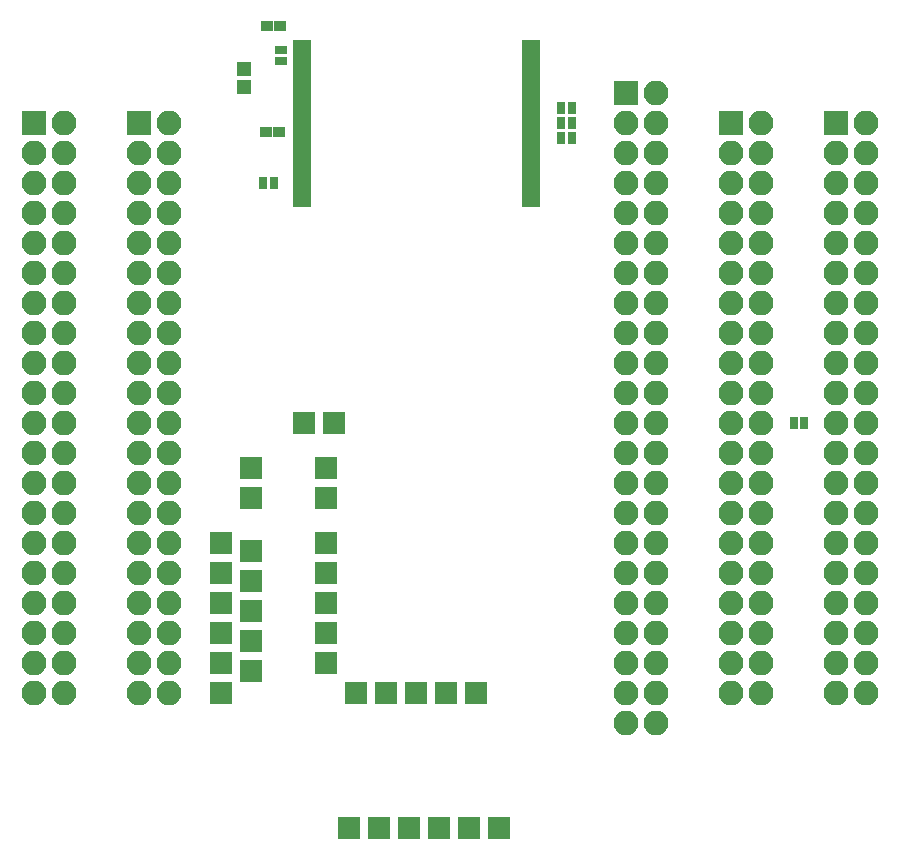
<source format=gbr>
G04 #@! TF.FileFunction,Soldermask,Top*
%FSLAX46Y46*%
G04 Gerber Fmt 4.6, Leading zero omitted, Abs format (unit mm)*
G04 Created by KiCad (PCBNEW 4.0.5+dfsg1-4) date Sat Apr 15 00:30:14 2017*
%MOMM*%
%LPD*%
G01*
G04 APERTURE LIST*
%ADD10C,0.100000*%
%ADD11R,1.500000X0.650000*%
%ADD12R,2.100000X2.100000*%
%ADD13O,2.100000X2.100000*%
%ADD14R,1.000000X0.900000*%
%ADD15R,1.150000X1.200000*%
%ADD16R,0.800000X1.000000*%
%ADD17R,1.000000X0.800000*%
%ADD18R,1.900000X1.900000*%
G04 APERTURE END LIST*
D10*
D11*
X96060000Y-70250000D03*
X96060000Y-69750000D03*
X96060000Y-69250000D03*
X96060000Y-68750000D03*
X96060000Y-68250000D03*
X96060000Y-67750000D03*
X96060000Y-67250000D03*
X96060000Y-66750000D03*
X96060000Y-66250000D03*
X96060000Y-65750000D03*
X96060000Y-65250000D03*
X96060000Y-64750000D03*
X96060000Y-64250000D03*
X96060000Y-63750000D03*
X96060000Y-63250000D03*
X96060000Y-62750000D03*
X96060000Y-62250000D03*
X96060000Y-61750000D03*
X96060000Y-61250000D03*
X96060000Y-60750000D03*
X96060000Y-60250000D03*
X96060000Y-59750000D03*
X96060000Y-59250000D03*
X96060000Y-58750000D03*
X96060000Y-58250000D03*
X96060000Y-57750000D03*
X96060000Y-57250000D03*
X96060000Y-56750000D03*
X76660000Y-56750000D03*
X76660000Y-57250000D03*
X76660000Y-57750000D03*
X76660000Y-58250000D03*
X76660000Y-58750000D03*
X76660000Y-59250000D03*
X76660000Y-59750000D03*
X76660000Y-60250000D03*
X76660000Y-60750000D03*
X76660000Y-61250000D03*
X76660000Y-61750000D03*
X76660000Y-62250000D03*
X76660000Y-62750000D03*
X76660000Y-63250000D03*
X76660000Y-63750000D03*
X76660000Y-64250000D03*
X76660000Y-64750000D03*
X76660000Y-65250000D03*
X76660000Y-65750000D03*
X76660000Y-66250000D03*
X76660000Y-66750000D03*
X76660000Y-67250000D03*
X76660000Y-67750000D03*
X76660000Y-68250000D03*
X76660000Y-68750000D03*
X76660000Y-69250000D03*
X76660000Y-69750000D03*
X76660000Y-70250000D03*
D12*
X53975000Y-63500000D03*
D13*
X56515000Y-63500000D03*
X53975000Y-66040000D03*
X56515000Y-66040000D03*
X53975000Y-68580000D03*
X56515000Y-68580000D03*
X53975000Y-71120000D03*
X56515000Y-71120000D03*
X53975000Y-73660000D03*
X56515000Y-73660000D03*
X53975000Y-76200000D03*
X56515000Y-76200000D03*
X53975000Y-78740000D03*
X56515000Y-78740000D03*
X53975000Y-81280000D03*
X56515000Y-81280000D03*
X53975000Y-83820000D03*
X56515000Y-83820000D03*
X53975000Y-86360000D03*
X56515000Y-86360000D03*
X53975000Y-88900000D03*
X56515000Y-88900000D03*
X53975000Y-91440000D03*
X56515000Y-91440000D03*
X53975000Y-93980000D03*
X56515000Y-93980000D03*
X53975000Y-96520000D03*
X56515000Y-96520000D03*
X53975000Y-99060000D03*
X56515000Y-99060000D03*
X53975000Y-101600000D03*
X56515000Y-101600000D03*
X53975000Y-104140000D03*
X56515000Y-104140000D03*
X53975000Y-106680000D03*
X56515000Y-106680000D03*
X53975000Y-109220000D03*
X56515000Y-109220000D03*
X53975000Y-111760000D03*
X56515000Y-111760000D03*
D14*
X74718000Y-64262000D03*
X73618000Y-64262000D03*
X74845000Y-55245000D03*
X73745000Y-55245000D03*
D15*
X71755000Y-58940000D03*
X71755000Y-60440000D03*
D12*
X104140000Y-60960000D03*
D13*
X106680000Y-60960000D03*
X104140000Y-63500000D03*
X106680000Y-63500000D03*
X104140000Y-66040000D03*
X106680000Y-66040000D03*
X104140000Y-68580000D03*
X106680000Y-68580000D03*
X104140000Y-71120000D03*
X106680000Y-71120000D03*
X104140000Y-73660000D03*
X106680000Y-73660000D03*
X104140000Y-76200000D03*
X106680000Y-76200000D03*
X104140000Y-78740000D03*
X106680000Y-78740000D03*
X104140000Y-81280000D03*
X106680000Y-81280000D03*
X104140000Y-83820000D03*
X106680000Y-83820000D03*
X104140000Y-86360000D03*
X106680000Y-86360000D03*
X104140000Y-88900000D03*
X106680000Y-88900000D03*
X104140000Y-91440000D03*
X106680000Y-91440000D03*
X104140000Y-93980000D03*
X106680000Y-93980000D03*
X104140000Y-96520000D03*
X106680000Y-96520000D03*
X104140000Y-99060000D03*
X106680000Y-99060000D03*
X104140000Y-101600000D03*
X106680000Y-101600000D03*
X104140000Y-104140000D03*
X106680000Y-104140000D03*
X104140000Y-106680000D03*
X106680000Y-106680000D03*
X104140000Y-109220000D03*
X106680000Y-109220000D03*
X104140000Y-111760000D03*
X106680000Y-111760000D03*
X104140000Y-114300000D03*
X106680000Y-114300000D03*
D12*
X113030000Y-63500000D03*
D13*
X115570000Y-63500000D03*
X113030000Y-66040000D03*
X115570000Y-66040000D03*
X113030000Y-68580000D03*
X115570000Y-68580000D03*
X113030000Y-71120000D03*
X115570000Y-71120000D03*
X113030000Y-73660000D03*
X115570000Y-73660000D03*
X113030000Y-76200000D03*
X115570000Y-76200000D03*
X113030000Y-78740000D03*
X115570000Y-78740000D03*
X113030000Y-81280000D03*
X115570000Y-81280000D03*
X113030000Y-83820000D03*
X115570000Y-83820000D03*
X113030000Y-86360000D03*
X115570000Y-86360000D03*
X113030000Y-88900000D03*
X115570000Y-88900000D03*
X113030000Y-91440000D03*
X115570000Y-91440000D03*
X113030000Y-93980000D03*
X115570000Y-93980000D03*
X113030000Y-96520000D03*
X115570000Y-96520000D03*
X113030000Y-99060000D03*
X115570000Y-99060000D03*
X113030000Y-101600000D03*
X115570000Y-101600000D03*
X113030000Y-104140000D03*
X115570000Y-104140000D03*
X113030000Y-106680000D03*
X115570000Y-106680000D03*
X113030000Y-109220000D03*
X115570000Y-109220000D03*
X113030000Y-111760000D03*
X115570000Y-111760000D03*
D12*
X121920000Y-63500000D03*
D13*
X124460000Y-63500000D03*
X121920000Y-66040000D03*
X124460000Y-66040000D03*
X121920000Y-68580000D03*
X124460000Y-68580000D03*
X121920000Y-71120000D03*
X124460000Y-71120000D03*
X121920000Y-73660000D03*
X124460000Y-73660000D03*
X121920000Y-76200000D03*
X124460000Y-76200000D03*
X121920000Y-78740000D03*
X124460000Y-78740000D03*
X121920000Y-81280000D03*
X124460000Y-81280000D03*
X121920000Y-83820000D03*
X124460000Y-83820000D03*
X121920000Y-86360000D03*
X124460000Y-86360000D03*
X121920000Y-88900000D03*
X124460000Y-88900000D03*
X121920000Y-91440000D03*
X124460000Y-91440000D03*
X121920000Y-93980000D03*
X124460000Y-93980000D03*
X121920000Y-96520000D03*
X124460000Y-96520000D03*
X121920000Y-99060000D03*
X124460000Y-99060000D03*
X121920000Y-101600000D03*
X124460000Y-101600000D03*
X121920000Y-104140000D03*
X124460000Y-104140000D03*
X121920000Y-106680000D03*
X124460000Y-106680000D03*
X121920000Y-109220000D03*
X124460000Y-109220000D03*
X121920000Y-111760000D03*
X124460000Y-111760000D03*
D12*
X62865000Y-63500000D03*
D13*
X65405000Y-63500000D03*
X62865000Y-66040000D03*
X65405000Y-66040000D03*
X62865000Y-68580000D03*
X65405000Y-68580000D03*
X62865000Y-71120000D03*
X65405000Y-71120000D03*
X62865000Y-73660000D03*
X65405000Y-73660000D03*
X62865000Y-76200000D03*
X65405000Y-76200000D03*
X62865000Y-78740000D03*
X65405000Y-78740000D03*
X62865000Y-81280000D03*
X65405000Y-81280000D03*
X62865000Y-83820000D03*
X65405000Y-83820000D03*
X62865000Y-86360000D03*
X65405000Y-86360000D03*
X62865000Y-88900000D03*
X65405000Y-88900000D03*
X62865000Y-91440000D03*
X65405000Y-91440000D03*
X62865000Y-93980000D03*
X65405000Y-93980000D03*
X62865000Y-96520000D03*
X65405000Y-96520000D03*
X62865000Y-99060000D03*
X65405000Y-99060000D03*
X62865000Y-101600000D03*
X65405000Y-101600000D03*
X62865000Y-104140000D03*
X65405000Y-104140000D03*
X62865000Y-106680000D03*
X65405000Y-106680000D03*
X62865000Y-109220000D03*
X65405000Y-109220000D03*
X62865000Y-111760000D03*
X65405000Y-111760000D03*
D16*
X99510000Y-62230000D03*
X98610000Y-62230000D03*
D17*
X74930000Y-57335000D03*
X74930000Y-58235000D03*
D16*
X99510000Y-63500000D03*
X98610000Y-63500000D03*
X73395000Y-68580000D03*
X74295000Y-68580000D03*
X99510000Y-64770000D03*
X98610000Y-64770000D03*
X119195000Y-88900000D03*
X118295000Y-88900000D03*
D18*
X80645000Y-123190000D03*
X83185000Y-123190000D03*
X85725000Y-123190000D03*
X81280000Y-111760000D03*
X90805000Y-123190000D03*
X88265000Y-123190000D03*
X86360000Y-111760000D03*
X72390000Y-104775000D03*
X78740000Y-101600000D03*
X69850000Y-101600000D03*
X72390000Y-99695000D03*
X72390000Y-95250000D03*
X72390000Y-92710000D03*
X79375000Y-88900000D03*
X78740000Y-109220000D03*
X69850000Y-109220000D03*
X72390000Y-107315000D03*
X78740000Y-104140000D03*
X93345000Y-123190000D03*
X91440000Y-111760000D03*
X88900000Y-111760000D03*
X83820000Y-111760000D03*
X69850000Y-104140000D03*
X72390000Y-102235000D03*
X78740000Y-99060000D03*
X69850000Y-99060000D03*
X78740000Y-95250000D03*
X78740000Y-92710000D03*
X76835000Y-88900000D03*
X69850000Y-111760000D03*
X72390000Y-109855000D03*
X78740000Y-106680000D03*
X69850000Y-106680000D03*
M02*

</source>
